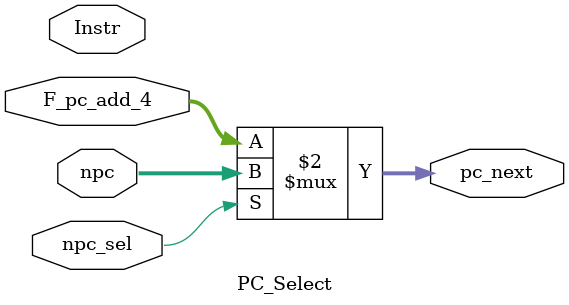
<source format=v>
`timescale 1ns / 1ps
`define RInstr 6'b000000
`define Beq 6'b000100
`define Jal 6'b000011
`define Jr 6'b001000
module PC_Select(
    input [31:0] F_pc_add_4,
    input [31:0] npc,
	 input npc_sel,
    input [31:0] Instr,
    output [31:0] pc_next
    );
	 /*wire [5:0] op = D_Instr[31:26];
	 wire [5:0] funct = D_Instr[5:0];
	 wire npc_sel = ( op == `Jal || op == `Beq || (op == `RInstr && funct == `Jr)) ? 1 : 0;*/
	 assign pc_next = (npc_sel == 1) ? npc : F_pc_add_4;
endmodule

</source>
